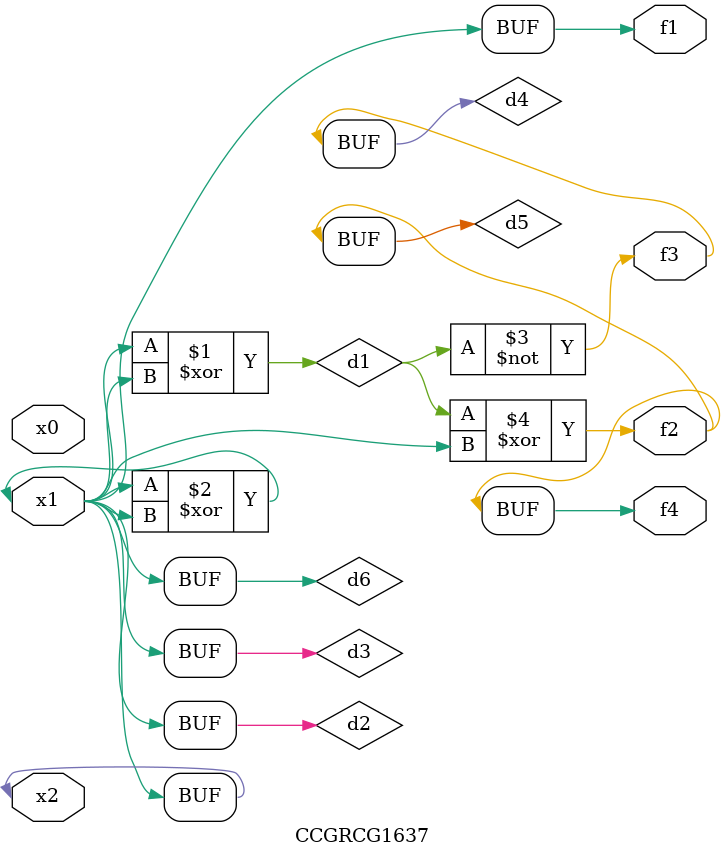
<source format=v>
module CCGRCG1637(
	input x0, x1, x2,
	output f1, f2, f3, f4
);

	wire d1, d2, d3, d4, d5, d6;

	xor (d1, x1, x2);
	buf (d2, x1, x2);
	xor (d3, x1, x2);
	nor (d4, d1);
	xor (d5, d1, d2);
	buf (d6, d2, d3);
	assign f1 = d6;
	assign f2 = d5;
	assign f3 = d4;
	assign f4 = d5;
endmodule

</source>
